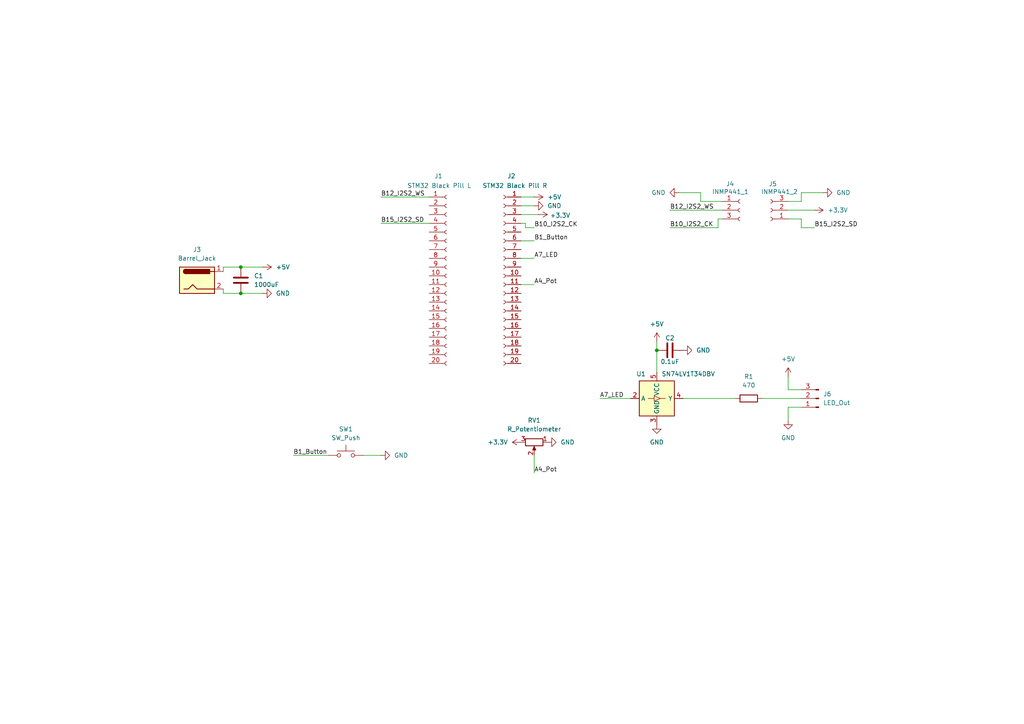
<source format=kicad_sch>
(kicad_sch (version 20250114) (generator "eeschema") (generator_version "9.0")
  (paper "A4")
  (lib_symbols
    (symbol "Connector:Barrel_Jack" (pin_names (offset 1.016))
      (property "Reference" "J" (at 0 5.334 0))
      (property "Value" "Barrel_Jack" (at 0 -5.08 0))
      (symbol "Barrel_Jack_0_1"
        (rectangle (start -5.08 3.81) (end 5.08 -3.81) (stroke (width 0.254)) (fill (type background)))
        (polyline (pts (xy -3.81 -2.54) (xy -2.54 -2.54) (xy -1.27 -1.27) (xy 0 -2.54) (xy 2.54 -2.54) (xy 5.08 -2.54)) (stroke (width 0.254)))
        (arc (start -3.302 1.905) (mid -3.9343 2.54) (end -3.302 3.175) (stroke (width 0.254)))
        (arc (start -3.302 1.905) (mid -3.9343 2.54) (end -3.302 3.175) (stroke (width 0.254)) (fill (type outline)))
        (rectangle (start 3.683 3.175) (end -3.302 1.905) (stroke (width 0.254)) (fill (type outline)))
        (polyline (pts (xy 5.08 2.54) (xy 3.81 2.54)) (stroke (width 0.254)))
      )
      (symbol "Barrel_Jack_1_1"
        (pin passive line (at 7.62 2.54 180) (length 2.54) (name "~") (number "1"))
        (pin passive line (at 7.62 -2.54 180) (length 2.54) (name "~") (number "2"))
      )
    )
    (symbol "Connector:Conn_01x03_Pin" (pin_names (offset 1.016) (hide yes))
      (property "Reference" "J" (at 0 5.08 0))
      (property "Value" "Conn_01x03_Pin" (at 0 -5.08 0))
      (symbol "Conn_01x03_Pin_1_1"
        (rectangle (start 0.8636 2.667) (end 0 2.413) (stroke (width 0.1524)) (fill (type outline)))
        (rectangle (start 0.8636 0.127) (end 0 -0.127) (stroke (width 0.1524)) (fill (type outline)))
        (rectangle (start 0.8636 -2.413) (end 0 -2.667) (stroke (width 0.1524)) (fill (type outline)))
        (polyline (pts (xy 1.27 2.54) (xy 0.8636 2.54)) (stroke (width 0.1524)))
        (polyline (pts (xy 1.27 0) (xy 0.8636 0)) (stroke (width 0.1524)))
        (polyline (pts (xy 1.27 -2.54) (xy 0.8636 -2.54)) (stroke (width 0.1524)))
        (pin passive line (at 5.08 2.54 180) (length 3.81) (name "Pin_1") (number "1"))
        (pin passive line (at 5.08 0 180) (length 3.81) (name "Pin_2") (number "2"))
        (pin passive line (at 5.08 -2.54 180) (length 3.81) (name "Pin_3") (number "3"))
      )
    )
    (symbol "Connector:Conn_01x03_Socket" (pin_names (offset 1.016) (hide yes))
      (property "Reference" "J" (at 0 5.08 0))
      (property "Value" "Conn_01x03_Socket" (at 0 -5.08 0))
      (symbol "Conn_01x03_Socket_1_1"
        (polyline (pts (xy -1.27 2.54) (xy -0.508 2.54)) (stroke (width 0.1524)))
        (polyline (pts (xy -1.27 0) (xy -0.508 0)) (stroke (width 0.1524)))
        (polyline (pts (xy -1.27 -2.54) (xy -0.508 -2.54)) (stroke (width 0.1524)))
        (arc (start 0 2.032) (mid -0.5058 2.54) (end 0 3.048) (stroke (width 0.1524)))
        (arc (start 0 -0.508) (mid -0.5058 0) (end 0 0.508) (stroke (width 0.1524)))
        (arc (start 0 -3.048) (mid -0.5058 -2.54) (end 0 -2.032) (stroke (width 0.1524)))
        (pin passive line (at -5.08 2.54 0) (length 3.81) (name "Pin_1") (number "1"))
        (pin passive line (at -5.08 0 0) (length 3.81) (name "Pin_2") (number "2"))
        (pin passive line (at -5.08 -2.54 0) (length 3.81) (name "Pin_3") (number "3"))
      )
    )
    (symbol "Connector:Conn_01x20_Socket" (pin_names (offset 1.016) (hide yes))
      (property "Reference" "J" (at 0 25.4 0))
      (property "Value" "Conn_01x20_Socket" (at 0 -27.94 0))
      (symbol "Conn_01x20_Socket_1_1"
        (polyline (pts (xy -1.27 22.86) (xy -0.508 22.86)) (stroke (width 0.1524)))
        (polyline (pts (xy -1.27 20.32) (xy -0.508 20.32)) (stroke (width 0.1524)))
        (polyline (pts (xy -1.27 17.78) (xy -0.508 17.78)) (stroke (width 0.1524)))
        (polyline (pts (xy -1.27 15.24) (xy -0.508 15.24)) (stroke (width 0.1524)))
        (polyline (pts (xy -1.27 12.7) (xy -0.508 12.7)) (stroke (width 0.1524)))
        (polyline (pts (xy -1.27 10.16) (xy -0.508 10.16)) (stroke (width 0.1524)))
        (polyline (pts (xy -1.27 7.62) (xy -0.508 7.62)) (stroke (width 0.1524)))
        (polyline (pts (xy -1.27 5.08) (xy -0.508 5.08)) (stroke (width 0.1524)))
        (polyline (pts (xy -1.27 2.54) (xy -0.508 2.54)) (stroke (width 0.1524)))
        (polyline (pts (xy -1.27 0) (xy -0.508 0)) (stroke (width 0.1524)))
        (polyline (pts (xy -1.27 -2.54) (xy -0.508 -2.54)) (stroke (width 0.1524)))
        (polyline (pts (xy -1.27 -5.08) (xy -0.508 -5.08)) (stroke (width 0.1524)))
        (polyline (pts (xy -1.27 -7.62) (xy -0.508 -7.62)) (stroke (width 0.1524)))
        (polyline (pts (xy -1.27 -10.16) (xy -0.508 -10.16)) (stroke (width 0.1524)))
        (polyline (pts (xy -1.27 -12.7) (xy -0.508 -12.7)) (stroke (width 0.1524)))
        (polyline (pts (xy -1.27 -15.24) (xy -0.508 -15.24)) (stroke (width 0.1524)))
        (polyline (pts (xy -1.27 -17.78) (xy -0.508 -17.78)) (stroke (width 0.1524)))
        (polyline (pts (xy -1.27 -20.32) (xy -0.508 -20.32)) (stroke (width 0.1524)))
        (polyline (pts (xy -1.27 -22.86) (xy -0.508 -22.86)) (stroke (width 0.1524)))
        (polyline (pts (xy -1.27 -25.4) (xy -0.508 -25.4)) (stroke (width 0.1524)))
        (arc (start 0 22.352) (mid -0.5058 22.86) (end 0 23.368) (stroke (width 0.1524)))
        (arc (start 0 19.812) (mid -0.5058 20.32) (end 0 20.828) (stroke (width 0.1524)))
        (arc (start 0 17.272) (mid -0.5058 17.78) (end 0 18.288) (stroke (width 0.1524)))
        (arc (start 0 14.732) (mid -0.5058 15.24) (end 0 15.748) (stroke (width 0.1524)))
        (arc (start 0 12.192) (mid -0.5058 12.7) (end 0 13.208) (stroke (width 0.1524)))
        (arc (start 0 9.652) (mid -0.5058 10.16) (end 0 10.668) (stroke (width 0.1524)))
        (arc (start 0 7.112) (mid -0.5058 7.62) (end 0 8.128) (stroke (width 0.1524)))
        (arc (start 0 4.572) (mid -0.5058 5.08) (end 0 5.588) (stroke (width 0.1524)))
        (arc (start 0 2.032) (mid -0.5058 2.54) (end 0 3.048) (stroke (width 0.1524)))
        (arc (start 0 -0.508) (mid -0.5058 0) (end 0 0.508) (stroke (width 0.1524)))
        (arc (start 0 -3.048) (mid -0.5058 -2.54) (end 0 -2.032) (stroke (width 0.1524)))
        (arc (start 0 -5.588) (mid -0.5058 -5.08) (end 0 -4.572) (stroke (width 0.1524)))
        (arc (start 0 -8.128) (mid -0.5058 -7.62) (end 0 -7.112) (stroke (width 0.1524)))
        (arc (start 0 -10.668) (mid -0.5058 -10.16) (end 0 -9.652) (stroke (width 0.1524)))
        (arc (start 0 -13.208) (mid -0.5058 -12.7) (end 0 -12.192) (stroke (width 0.1524)))
        (arc (start 0 -15.748) (mid -0.5058 -15.24) (end 0 -14.732) (stroke (width 0.1524)))
        (arc (start 0 -18.288) (mid -0.5058 -17.78) (end 0 -17.272) (stroke (width 0.1524)))
        (arc (start 0 -20.828) (mid -0.5058 -20.32) (end 0 -19.812) (stroke (width 0.1524)))
        (arc (start 0 -23.368) (mid -0.5058 -22.86) (end 0 -22.352) (stroke (width 0.1524)))
        (arc (start 0 -25.908) (mid -0.5058 -25.4) (end 0 -24.892) (stroke (width 0.1524)))
        (pin passive line (at -5.08 22.86 0) (length 3.81) (name "Pin_1") (number "1"))
        (pin passive line (at -5.08 20.32 0) (length 3.81) (name "Pin_2") (number "2"))
        (pin passive line (at -5.08 17.78 0) (length 3.81) (name "Pin_3") (number "3"))
        (pin passive line (at -5.08 15.24 0) (length 3.81) (name "Pin_4") (number "4"))
        (pin passive line (at -5.08 12.7 0) (length 3.81) (name "Pin_5") (number "5"))
        (pin passive line (at -5.08 10.16 0) (length 3.81) (name "Pin_6") (number "6"))
        (pin passive line (at -5.08 7.62 0) (length 3.81) (name "Pin_7") (number "7"))
        (pin passive line (at -5.08 5.08 0) (length 3.81) (name "Pin_8") (number "8"))
        (pin passive line (at -5.08 2.54 0) (length 3.81) (name "Pin_9") (number "9"))
        (pin passive line (at -5.08 0 0) (length 3.81) (name "Pin_10") (number "10"))
        (pin passive line (at -5.08 -2.54 0) (length 3.81) (name "Pin_11") (number "11"))
        (pin passive line (at -5.08 -5.08 0) (length 3.81) (name "Pin_12") (number "12"))
        (pin passive line (at -5.08 -7.62 0) (length 3.81) (name "Pin_13") (number "13"))
        (pin passive line (at -5.08 -10.16 0) (length 3.81) (name "Pin_14") (number "14"))
        (pin passive line (at -5.08 -12.7 0) (length 3.81) (name "Pin_15") (number "15"))
        (pin passive line (at -5.08 -15.24 0) (length 3.81) (name "Pin_16") (number "16"))
        (pin passive line (at -5.08 -17.78 0) (length 3.81) (name "Pin_17") (number "17"))
        (pin passive line (at -5.08 -20.32 0) (length 3.81) (name "Pin_18") (number "18"))
        (pin passive line (at -5.08 -22.86 0) (length 3.81) (name "Pin_19") (number "19"))
        (pin passive line (at -5.08 -25.4 0) (length 3.81) (name "Pin_20") (number "20"))
      )
    )
    (symbol "Device:C" (pin_numbers (hide yes)) (pin_names (offset 0.254))
      (property "Reference" "C" (at 0.635 2.54 0))
      (property "Value" "C" (at 0.635 -2.54 0))
      (symbol "C_0_1"
        (polyline (pts (xy -2.032 0.762) (xy 2.032 0.762)) (stroke (width 0.508)))
        (polyline (pts (xy -2.032 -0.762) (xy 2.032 -0.762)) (stroke (width 0.508)))
      )
      (symbol "C_1_1"
        (pin passive line (at 0 3.81 270) (length 2.794) (name "~") (number "1"))
        (pin passive line (at 0 -3.81 90) (length 2.794) (name "~") (number "2"))
      )
    )
    (symbol "Device:R" (pin_numbers (hide yes)) (pin_names (offset 0))
      (property "Reference" "R" (at 2.032 0 90))
      (property "Value" "R" (at 0 0 90))
      (symbol "R_0_1"
        (rectangle (start -1.016 -2.54) (end 1.016 2.54) (stroke (width 0.254)))
      )
      (symbol "R_1_1"
        (pin passive line (at 0 3.81 270) (length 1.27) (name "~") (number "1"))
        (pin passive line (at 0 -3.81 90) (length 1.27) (name "~") (number "2"))
      )
    )
    (symbol "Device:R_Potentiometer" (pin_names (offset 1.016) (hide yes))
      (property "Reference" "RV" (at -4.445 0 90))
      (property "Value" "R_Potentiometer" (at -2.54 0 90))
      (symbol "R_Potentiometer_0_1"
        (rectangle (start 1.016 2.54) (end -1.016 -2.54) (stroke (width 0.254)))
        (polyline (pts (xy 1.143 0) (xy 2.286 0.508) (xy 2.286 -0.508) (xy 1.143 0)) (fill (type outline)))
        (polyline (pts (xy 2.54 0) (xy 1.524 0)))
      )
      (symbol "R_Potentiometer_1_1"
        (pin passive line (at 0 3.81 270) (length 1.27) (name "1") (number "1"))
        (pin passive line (at 0 -3.81 90) (length 1.27) (name "3") (number "3"))
        (pin passive line (at 3.81 0 180) (length 1.27) (name "2") (number "2"))
      )
    )
    (symbol "Logic_LevelTranslator:SN74LV1T34DBV"
      (property "Reference" "U" (at 5.08 6.35 0))
      (property "Value" "SN74LV1T34DBV" (at 5.08 3.81 0))
      (symbol "SN74LV1T34DBV_0_1"
        (rectangle (start -5.08 5.08) (end 5.08 -5.08) (stroke (width 0.254)) (fill (type background)))
        (polyline (pts (xy -0.762 0) (xy -2.54 0)))
        (polyline (pts (xy 1.016 0) (xy 2.54 0)))
      )
      (symbol "SN74LV1T34DBV_1_1"
        (polyline (pts (xy -0.762 -0.762) (xy -0.762 0.762) (xy 1.016 0) (xy -0.762 -0.762)))
        (pin input line (at -7.62 0 0) (length 2.54) (name "A") (number "2"))
        (pin no_connect line (at -5.08 2.54 0) (length 2.54) (hide yes) (name "NC") (number "1"))
        (pin power_in line (at 0 7.62 270) (length 2.54) (name "VCC") (number "5"))
        (pin power_in line (at 0 -7.62 90) (length 2.54) (name "GND") (number "3"))
        (pin output line (at 7.62 0 180) (length 2.54) (name "Y") (number "4"))
      )
    )
    (symbol "Switch:SW_Push" (pin_numbers (hide yes)) (pin_names (offset 1.016) (hide yes))
      (property "Reference" "SW" (at 1.27 2.54 0))
      (property "Value" "SW_Push" (at 0 -1.524 0))
      (symbol "SW_Push_0_1"
        (circle (center -2.032 0) (radius 0.508))
        (polyline (pts (xy 0 1.27) (xy 0 3.048)))
        (circle (center 2.032 0) (radius 0.508))
        (polyline (pts (xy 2.54 1.27) (xy -2.54 1.27)))
        (pin passive line (at -5.08 0 0) (length 2.54) (name "1") (number "1"))
        (pin passive line (at 5.08 0 180) (length 2.54) (name "2") (number "2"))
      )
    )
    (symbol "power:+3.3V" (power) (pin_numbers (hide yes)) (pin_names (offset 0) (hide yes))
      (property "Value" "+3.3V" (at 0 3.556 0))
      (symbol "+3.3V_0_1"
        (polyline (pts (xy -0.762 1.27) (xy 0 2.54)))
        (polyline (pts (xy 0 2.54) (xy 0.762 1.27)))
        (polyline (pts (xy 0 0) (xy 0 2.54)))
      )
      (symbol "+3.3V_1_1"
        (pin power_in line (at 0 0 90) (length 0) (name "~") (number "1"))
      )
    )
    (symbol "power:+5V" (power) (pin_numbers (hide yes)) (pin_names (offset 0) (hide yes))
      (property "Value" "+5V" (at 0 3.556 0))
      (symbol "+5V_0_1"
        (polyline (pts (xy -0.762 1.27) (xy 0 2.54)))
        (polyline (pts (xy 0 2.54) (xy 0.762 1.27)))
        (polyline (pts (xy 0 0) (xy 0 2.54)))
      )
      (symbol "+5V_1_1"
        (pin power_in line (at 0 0 90) (length 0) (name "~") (number "1"))
      )
    )
    (symbol "power:GND" (power) (pin_numbers (hide yes)) (pin_names (offset 0) (hide yes))
      (property "Value" "GND" (at 0 -3.81 0))
      (symbol "GND_0_1"
        (polyline (pts (xy 0 0) (xy 0 -1.27) (xy 1.27 -1.27) (xy 0 -2.54) (xy -1.27 -1.27) (xy 0 -1.27)))
      )
      (symbol "GND_1_1"
        (pin power_in line (at 0 0 270) (length 0) (name "~") (number "1"))
      )
    )
  )
  (junction (at 69.85 85.09))
  (junction (at 190.5 101.6))
  (junction (at 69.85 77.47))
  (wire (pts (xy 152.4 66.04) (xy 152.4 64.77)))
  (wire (pts (xy 232.41 118.11) (xy 228.6 118.11)))
  (wire (pts (xy 190.5 101.6) (xy 190.5 107.95)))
  (wire (pts (xy 190.5 99.06) (xy 190.5 101.6)))
  (wire (pts (xy 173.99 115.57) (xy 182.88 115.57)))
  (wire (pts (xy 228.6 60.96) (xy 236.22 60.96)))
  (wire (pts (xy 110.49 64.77) (xy 124.46 64.77)))
  (wire (pts (xy 154.94 132.08) (xy 154.94 137.16)))
  (wire (pts (xy 105.41 132.08) (xy 110.49 132.08)))
  (wire (pts (xy 69.85 77.47) (xy 76.2 77.47)))
  (wire (pts (xy 232.41 63.5) (xy 232.41 66.04)))
  (wire (pts (xy 154.94 57.15) (xy 151.13 57.15)))
  (wire (pts (xy 209.55 63.5) (xy 208.28 63.5)))
  (wire (pts (xy 220.98 115.57) (xy 232.41 115.57)))
  (wire (pts (xy 232.41 113.03) (xy 228.6 113.03)))
  (wire (pts (xy 228.6 63.5) (xy 232.41 63.5)))
  (wire (pts (xy 208.28 66.04) (xy 194.31 66.04)))
  (wire (pts (xy 152.4 64.77) (xy 151.13 64.77)))
  (wire (pts (xy 64.77 77.47) (xy 69.85 77.47)))
  (wire (pts (xy 154.94 82.55) (xy 151.13 82.55)))
  (wire (pts (xy 196.85 55.88) (xy 203.2 55.88)))
  (wire (pts (xy 228.6 113.03) (xy 228.6 109.22)))
  (wire (pts (xy 228.6 118.11) (xy 228.6 121.92)))
  (wire (pts (xy 69.85 85.09) (xy 76.2 85.09)))
  (wire (pts (xy 194.31 60.96) (xy 209.55 60.96)))
  (wire (pts (xy 156.21 62.23) (xy 151.13 62.23)))
  (wire (pts (xy 154.94 59.69) (xy 151.13 59.69)))
  (wire (pts (xy 208.28 63.5) (xy 208.28 66.04)))
  (wire (pts (xy 154.94 66.04) (xy 152.4 66.04)))
  (wire (pts (xy 203.2 58.42) (xy 209.55 58.42)))
  (wire (pts (xy 232.41 66.04) (xy 236.22 66.04)))
  (wire (pts (xy 154.94 69.85) (xy 151.13 69.85)))
  (wire (pts (xy 85.09 132.08) (xy 95.25 132.08)))
  (wire (pts (xy 64.77 83.82) (xy 64.77 85.09)))
  (wire (pts (xy 64.77 78.74) (xy 64.77 77.47)))
  (wire (pts (xy 232.41 55.88) (xy 238.76 55.88)))
  (wire (pts (xy 198.12 115.57) (xy 213.36 115.57)))
  (wire (pts (xy 64.77 85.09) (xy 69.85 85.09)))
  (wire (pts (xy 232.41 58.42) (xy 232.41 55.88)))
  (wire (pts (xy 203.2 55.88) (xy 203.2 58.42)))
  (wire (pts (xy 154.94 74.93) (xy 151.13 74.93)))
  (wire (pts (xy 110.49 57.15) (xy 124.46 57.15)))
  (wire (pts (xy 228.6 58.42) (xy 232.41 58.42)))
  (label "B15_I2S2_SD" (at 110.49 64.77 0))
  (label "B1_Button" (at 85.09 132.08 0))
  (label "B10_I2S2_CK" (at 154.94 66.04 0))
  (label "B15_I2S2_SD" (at 236.22 66.04 0))
  (label "A7_LED" (at 154.94 74.93 0))
  (label "B12_I2S2_WS" (at 194.31 60.96 0))
  (label "A4_Pot" (at 154.94 137.16 0))
  (label "B10_I2S2_CK" (at 194.31 66.04 0))
  (label "A7_LED" (at 173.99 115.57 0))
  (label "B1_Button" (at 154.94 69.85 0))
  (label "A4_Pot" (at 154.94 82.55 0))
  (label "B12_I2S2_WS" (at 110.49 57.15 0))
  (symbol (lib_id "power:+5V") (at 228.6 109.22 0) (unit 1)
    (property "Reference" "#PWR08" (effects (hide yes)))
    (property "Value" "+5V" (at 228.6 104.14 0))
    (property "Description" "Power symbol creates a global label with name \"+5V\"" (effects (hide yes)))
  )
  (symbol (lib_id "power:GND") (at 228.6 121.92 0) (unit 1)
    (property "Reference" "#PWR07" (effects (hide yes)))
    (property "Value" "GND" (at 228.6 127 0))
    (property "Description" "Power symbol creates a global label with name \"GND\" , ground" (effects (hide yes)))
  )
  (symbol (lib_id "Device:R_Potentiometer") (at 154.94 128.27 270) (unit 1)
    (property "Reference" "RV1" (at 154.94 121.92 90))
    (property "Value" "R_Potentiometer" (at 154.94 124.46 90))
    (property "Footprint" "Potentiometer_THT:Potentiometer_Alps_RK09K_Single_Vertical" (effects (hide yes)))
    (property "Description" "Potentiometer" (effects (hide yes)))
  )
  (symbol (lib_id "power:GND") (at 110.49 132.08 90) (unit 1)
    (property "Reference" "#PWR014" (effects (hide yes)))
    (property "Value" "GND" (at 114.3 132.0799 90) (effects (justify right)))
    (property "Description" "Power symbol creates a global label with name \"GND\" , ground" (effects (hide yes)))
  )
  (symbol (lib_id "Connector:Conn_01x03_Socket") (at 214.63 60.96 0) (unit 1)
    (property "Reference" "J4" (at 210.566 53.34 0) (effects (justify left)))
    (property "Value" "INMP441_1" (at 206.502 55.626 0) (effects (justify left)))
    (property "Footprint" "Connector_PinSocket_2.54mm:PinSocket_1x03_P2.54mm_Vertical" (effects (hide yes)))
    (property "Description" "Generic connector, single row, 01x03, script generated" (effects (hide yes)))
  )
  (symbol (lib_id "Device:C") (at 194.31 101.6 90) (unit 1)
    (property "Reference" "C2" (at 194.31 98.044 90))
    (property "Value" "0.1uF" (at 194.31 104.902 90))
    (property "Footprint" "Capacitor_SMD:C_0603_1608Metric_Pad1.08x0.95mm_HandSolder" (effects (hide yes)))
    (property "Description" "Unpolarized capacitor" (effects (hide yes)))
  )
  (symbol (lib_id "power:+3.3V") (at 151.13 128.27 90) (unit 1)
    (property "Reference" "#PWR015" (effects (hide yes)))
    (property "Value" "+3.3V" (at 147.32 128.2699 90) (effects (justify left)))
    (property "Description" "Power symbol creates a global label with name \"+3.3V\"" (effects (hide yes)))
  )
  (symbol (lib_id "power:GND") (at 190.5 123.19 0) (unit 1)
    (property "Reference" "#PWR011" (effects (hide yes)))
    (property "Value" "GND" (at 190.5 128.27 0))
    (property "Description" "Power symbol creates a global label with name \"GND\" , ground" (effects (hide yes)))
  )
  (symbol (lib_id "power:GND") (at 198.12 101.6 90) (unit 1)
    (property "Reference" "#PWR013" (effects (hide yes)))
    (property "Value" "GND" (at 201.93 101.5999 90) (effects (justify right)))
    (property "Description" "Power symbol creates a global label with name \"GND\" , ground" (effects (hide yes)))
  )
  (symbol (lib_id "Connector:Conn_01x03_Socket") (at 223.52 60.96 180) (unit 1)
    (property "Reference" "J5" (at 224.155 53.34 0))
    (property "Value" "INMP441_2" (at 226.06 55.626 0))
    (property "Footprint" "Connector_PinSocket_2.54mm:PinSocket_1x03_P2.54mm_Vertical" (effects (hide yes)))
    (property "Description" "Generic connector, single row, 01x03, script generated" (effects (hide yes)))
  )
  (symbol (lib_id "Connector:Conn_01x03_Pin") (at 237.49 115.57 180) (unit 1)
    (property "Reference" "J6" (at 238.76 114.2999 0) (effects (justify right)))
    (property "Value" "LED_Out" (at 238.76 116.8399 0) (effects (justify right)))
    (property "Footprint" "Connector_JST:JST_XA_S03B-XASK-1_1x03_P2.50mm_Horizontal" (effects (hide yes)))
    (property "Description" "Generic connector, single row, 01x03, script generated" (effects (hide yes)))
  )
  (symbol (lib_id "power:+3.3V") (at 236.22 60.96 270) (unit 1)
    (property "Reference" "#PWR03" (effects (hide yes)))
    (property "Value" "+3.3V" (at 240.03 60.9599 90) (effects (justify left)))
    (property "Description" "Power symbol creates a global label with name \"+3.3V\"" (effects (hide yes)))
  )
  (symbol (lib_id "power:+5V") (at 154.94 57.15 270) (mirror x) (unit 1)
    (property "Reference" "#PWR06" (effects (hide yes)))
    (property "Value" "+5V" (at 158.75 57.1499 90) (effects (justify left)))
    (property "Description" "Power symbol creates a global label with name \"+5V\"" (effects (hide yes)))
  )
  (symbol (lib_id "Connector:Conn_01x20_Socket") (at 129.54 80.01 0) (unit 1)
    (property "Reference" "J1" (at 125.984 51.054 0) (effects (justify left)))
    (property "Value" "STM32 Black Pill L" (at 118.11 53.848 0) (effects (justify left)))
    (property "Footprint" "Connector_PinSocket_2.54mm:PinSocket_1x20_P2.54mm_Vertical" (effects (hide yes)))
    (property "Description" "Generic connector, single row, 01x20, script generated" (effects (hide yes)))
  )
  (symbol (lib_id "power:GND") (at 76.2 85.09 90) (unit 1)
    (property "Reference" "#PWR010" (effects (hide yes)))
    (property "Value" "GND" (at 80.01 85.0899 90) (effects (justify right)))
    (property "Description" "Power symbol creates a global label with name \"GND\" , ground" (effects (hide yes)))
  )
  (symbol (lib_id "Device:R") (at 217.17 115.57 90) (unit 1)
    (property "Reference" "R1" (at 217.17 109.22 90))
    (property "Value" "470" (at 217.17 111.76 90))
    (property "Footprint" "Resistor_THT:R_Axial_DIN0207_L6.3mm_D2.5mm_P10.16mm_Horizontal" (effects (hide yes)))
    (property "Description" "Resistor" (effects (hide yes)))
  )
  (symbol (lib_id "power:GND") (at 158.75 128.27 90) (unit 1)
    (property "Reference" "#PWR016" (effects (hide yes)))
    (property "Value" "GND" (at 162.56 128.2699 90) (effects (justify right)))
    (property "Description" "Power symbol creates a global label with name \"GND\" , ground" (effects (hide yes)))
  )
  (symbol (lib_id "Connector:Conn_01x20_Socket") (at 146.05 80.01 0) (mirror y) (unit 1)
    (property "Reference" "J2" (at 148.336 51.054 0))
    (property "Value" "STM32 Black Pill R" (at 149.352 53.848 0))
    (property "Footprint" "Connector_PinSocket_2.54mm:PinSocket_1x20_P2.54mm_Vertical" (effects (hide yes)))
    (property "Description" "Generic connector, single row, 01x20, script generated" (effects (hide yes)))
  )
  (symbol (lib_id "power:GND") (at 238.76 55.88 90) (unit 1)
    (property "Reference" "#PWR02" (effects (hide yes)))
    (property "Value" "GND" (at 242.57 55.8799 90) (effects (justify right)))
    (property "Description" "Power symbol creates a global label with name \"GND\" , ground" (effects (hide yes)))
  )
  (symbol (lib_id "power:GND") (at 154.94 59.69 90) (mirror x) (unit 1)
    (property "Reference" "#PWR05" (effects (hide yes)))
    (property "Value" "GND" (at 158.75 59.6899 90) (effects (justify right)))
    (property "Description" "Power symbol creates a global label with name \"GND\" , ground" (effects (hide yes)))
  )
  (symbol (lib_id "Logic_LevelTranslator:SN74LV1T34DBV") (at 190.5 115.57 0) (unit 1)
    (property "Reference" "U1" (at 185.928 108.458 0))
    (property "Value" "SN74LV1T34DBV" (at 199.644 108.458 0))
    (property "Footprint" "Package_TO_SOT_SMD:SOT-23-5_HandSoldering" (effects (hide yes)))
    (property "Datasheet" "https://www.ti.com/lit/ds/symlink/sn74lv1t34.pdf" (effects (hide yes)))
    (property "Description" "Single Power Supply, Single Buffer GATE, CMOS Logic, Level Shifter, SOT-23-5" (effects (hide yes)))
  )
  (symbol (lib_id "power:+5V") (at 76.2 77.47 270) (unit 1)
    (property "Reference" "#PWR09" (effects (hide yes)))
    (property "Value" "+5V" (at 80.01 77.4699 90) (effects (justify left)))
    (property "Description" "Power symbol creates a global label with name \"+5V\"" (effects (hide yes)))
  )
  (symbol (lib_id "power:+3.3V") (at 156.21 62.23 270) (mirror x) (unit 1)
    (property "Reference" "#PWR04" (effects (hide yes)))
    (property "Value" "+3.3V" (at 159.512 62.484 90) (effects (justify left)))
    (property "Description" "Power symbol creates a global label with name \"+3.3V\"" (effects (hide yes)))
  )
  (symbol (lib_id "Connector:Barrel_Jack") (at 57.15 81.28 0) (unit 1)
    (property "Reference" "J3" (at 57.15 72.39 0))
    (property "Value" "Barrel_Jack" (at 57.15 74.93 0))
    (property "Footprint" "Connector_BarrelJack:BarrelJack_Horizontal" (effects (hide yes)))
    (property "Description" "DC Barrel Jack" (effects (hide yes)))
  )
  (symbol (lib_id "Switch:SW_Push") (at 100.33 132.08 0) (unit 1)
    (property "Reference" "SW1" (at 100.33 124.46 0))
    (property "Value" "SW_Push" (at 100.33 127 0))
    (property "Footprint" "Button_Switch_SMD:SW_Push_1P1T_NO_E-Switch_TL3301NxxxxxG" (effects (hide yes)))
    (property "Description" "Push button switch, generic, two pins" (effects (hide yes)))
  )
  (symbol (lib_id "power:+5V") (at 190.5 99.06 0) (unit 1)
    (property "Reference" "#PWR012" (effects (hide yes)))
    (property "Value" "+5V" (at 190.5 93.98 0))
    (property "Description" "Power symbol creates a global label with name \"+5V\"" (effects (hide yes)))
  )
  (symbol (lib_id "power:GND") (at 196.85 55.88 270) (unit 1)
    (property "Reference" "#PWR01" (effects (hide yes)))
    (property "Value" "GND" (at 193.04 55.8799 90) (effects (justify right)))
    (property "Description" "Power symbol creates a global label with name \"GND\" , ground" (effects (hide yes)))
  )
  (symbol (lib_id "Device:C") (at 69.85 81.28 0) (unit 1)
    (property "Reference" "C1" (at 73.66 80.0099 0) (effects (justify left)))
    (property "Value" "1000uF" (at 73.66 82.5499 0) (effects (justify left)))
    (property "Footprint" "Capacitor_THT:CP_Radial_D8.0mm_P3.80mm" (effects (hide yes)))
    (property "Description" "Unpolarized capacitor" (effects (hide yes)))
  )
)
</source>
